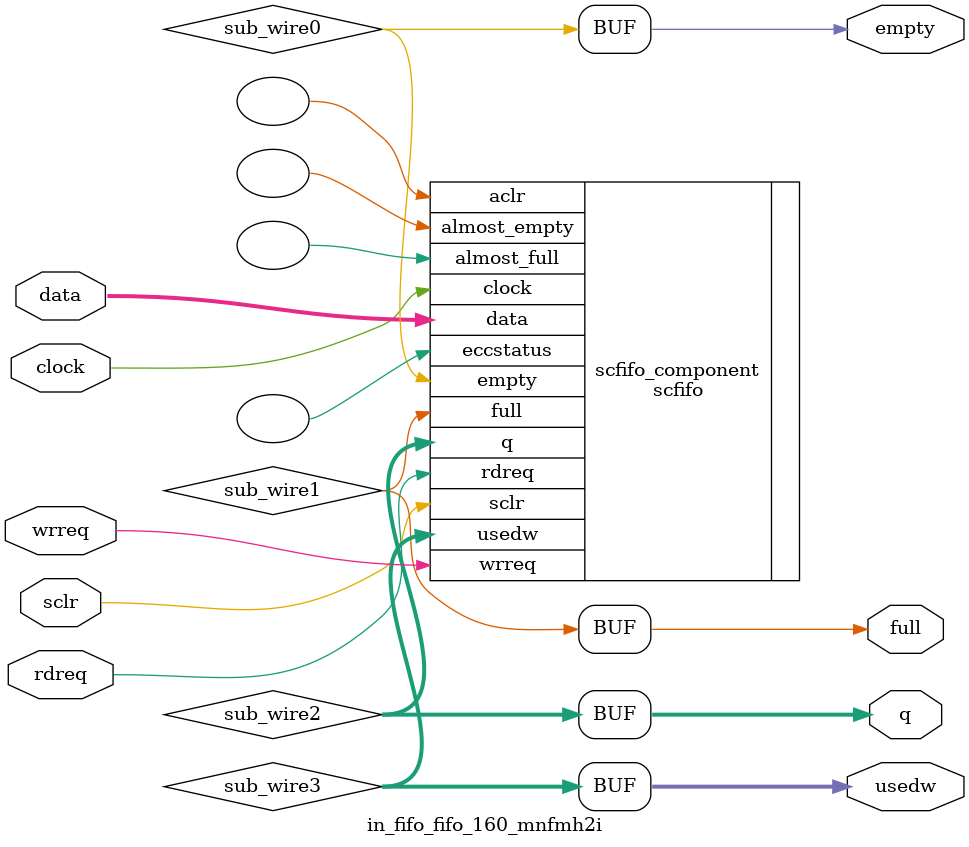
<source format=v>



`timescale 1 ps / 1 ps
// synopsys translate_on
module  in_fifo_fifo_160_mnfmh2i  (
    clock,
    data,
    rdreq,
    sclr,
    wrreq,
    empty,
    full,
    q,
    usedw);

    input    clock;
    input  [31:0]  data;
    input    rdreq;
    input    sclr;
    input    wrreq;
    output   empty;
    output   full;
    output [31:0]  q;
    output [9:0]  usedw;

    wire  sub_wire0;
    wire  sub_wire1;
    wire [31:0] sub_wire2;
    wire [9:0] sub_wire3;
    wire  empty = sub_wire0;
    wire  full = sub_wire1;
    wire [31:0] q = sub_wire2[31:0];
    wire [9:0] usedw = sub_wire3[9:0];

    scfifo  scfifo_component (
                .clock (clock),
                .data (data),
                .rdreq (rdreq),
                .sclr (sclr),
                .wrreq (wrreq),
                .empty (sub_wire0),
                .full (sub_wire1),
                .q (sub_wire2),
                .usedw (sub_wire3),
                .aclr (),
                .almost_empty (),
                .almost_full (),
                .eccstatus ());
    defparam
        scfifo_component.add_ram_output_register  = "ON",
        scfifo_component.enable_ecc  = "FALSE",
        scfifo_component.intended_device_family  = "Arria 10",
        scfifo_component.lpm_hint  = "RAM_BLOCK_TYPE=M20K",
        scfifo_component.lpm_numwords  = 1024,
        scfifo_component.lpm_showahead  = "OFF",
        scfifo_component.lpm_type  = "scfifo",
        scfifo_component.lpm_width  = 32,
        scfifo_component.lpm_widthu  = 10,
        scfifo_component.overflow_checking  = "ON",
        scfifo_component.underflow_checking  = "ON",
        scfifo_component.use_eab  = "ON";


endmodule



</source>
